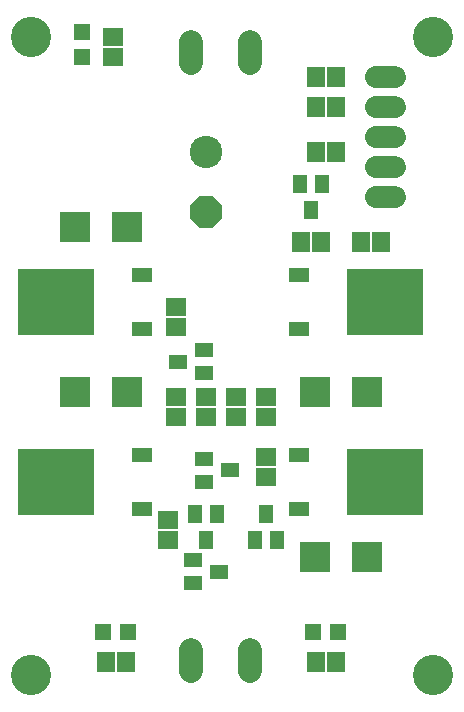
<source format=gts>
G75*
G70*
%OFA0B0*%
%FSLAX24Y24*%
%IPPOS*%
%LPD*%
%AMOC8*
5,1,8,0,0,1.08239X$1,22.5*
%
%ADD10C,0.1340*%
%ADD11C,0.0790*%
%ADD12R,0.1025X0.1025*%
%ADD13R,0.0592X0.0671*%
%ADD14R,0.0552X0.0552*%
%ADD15R,0.0671X0.0592*%
%ADD16R,0.0631X0.0474*%
%ADD17R,0.0474X0.0631*%
%ADD18C,0.0720*%
%ADD19C,0.1080*%
%ADD20OC8,0.1080*%
%ADD21R,0.2521X0.2206*%
%ADD22R,0.0710X0.0474*%
D10*
X001413Y001341D03*
X014799Y001341D03*
X014799Y022601D03*
X001413Y022601D03*
D11*
X006748Y022440D02*
X006748Y021730D01*
X008716Y021730D02*
X008716Y022440D01*
X008716Y002180D02*
X008716Y001470D01*
X006748Y001470D02*
X006748Y002180D01*
D12*
X010866Y005285D03*
X012598Y005285D03*
X012598Y010785D03*
X010866Y010785D03*
X004598Y010785D03*
X002866Y010785D03*
X002866Y016285D03*
X004598Y016285D03*
D13*
X010397Y015785D03*
X011066Y015785D03*
X012397Y015785D03*
X013066Y015785D03*
X011566Y018785D03*
X010897Y018785D03*
X010897Y020285D03*
X011566Y020285D03*
X011566Y021285D03*
X010897Y021285D03*
X010897Y001785D03*
X011566Y001785D03*
X004566Y001785D03*
X003897Y001785D03*
D14*
X003818Y002785D03*
X004645Y002785D03*
X010818Y002785D03*
X011645Y002785D03*
X003112Y021947D03*
X003112Y022773D03*
D15*
X004152Y022615D03*
X004152Y021945D03*
X006232Y013620D03*
X006232Y012950D03*
X006232Y010620D03*
X006232Y009950D03*
X007232Y009950D03*
X007232Y010620D03*
X008232Y010620D03*
X008232Y009950D03*
X009232Y009950D03*
X009232Y010620D03*
X009232Y008620D03*
X009232Y007950D03*
X005982Y006495D03*
X005982Y005825D03*
D16*
X006799Y005159D03*
X006799Y004411D03*
X007665Y004785D03*
X007174Y007786D03*
X007174Y008534D03*
X008040Y008160D03*
X007165Y011411D03*
X007165Y012159D03*
X006299Y011785D03*
D17*
X006858Y006718D03*
X007232Y005852D03*
X007606Y006718D03*
X008858Y005852D03*
X009232Y006718D03*
X009606Y005852D03*
X010732Y016852D03*
X011106Y017718D03*
X010358Y017718D03*
D18*
X012912Y017285D02*
X013552Y017285D01*
X013552Y018285D02*
X012912Y018285D01*
X012912Y019285D02*
X013552Y019285D01*
X013552Y020285D02*
X012912Y020285D01*
X012912Y021285D02*
X013552Y021285D01*
D19*
X007232Y018785D03*
D20*
X007232Y016785D03*
D21*
X002248Y013785D03*
X002248Y007785D03*
X013216Y007785D03*
X013216Y013785D03*
D22*
X010342Y012887D03*
X010342Y014683D03*
X010342Y008683D03*
X010342Y006887D03*
X005122Y006887D03*
X005122Y008683D03*
X005122Y012887D03*
X005122Y014683D03*
M02*

</source>
